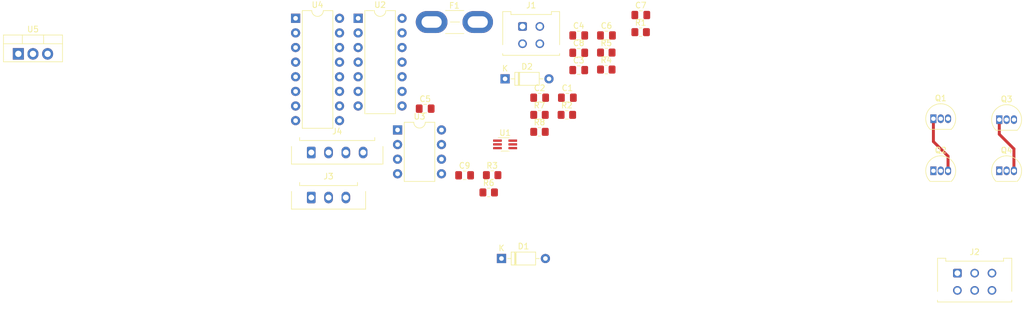
<source format=kicad_pcb>
(kicad_pcb (version 20211014) (generator pcbnew)
  (layers (0 "F.Cu" signal) (31 "B.Cu" signal) (34 "B.Paste" user) (35 "F.Paste" user) (36 "B.SilkS" user "B.Silkscreen") (37 "F.SilkS" user "F.Silkscreen") (38 "B.Mask" user) (39 "F.Mask" user) (44 "Edge.Cuts" user))
  (net 0 "")
  (net 1 "Net-(C1-Pad1)")
  (net 2 "GND")
  (net 3 "VCC")
  (net 4 "Net-(C4-Pad1)")
  (net 5 "/POT_V")
  (net 6 "+12V")
  (net 7 "/TR_NO")
  (net 8 "/PWM_POT-")
  (net 9 "/PWM_POT+")
  (net 10 "Net-(F1-Pad1)")
  (net 11 "/MOTOR_X")
  (net 12 "/MOTOR_Y")
  (net 13 "/PWM_V")
  (net 14 "/TR_COM")
  (net 15 "/SW_NO")
  (net 16 "Net-(Q1-Pad2)")
  (net 17 "Net-(Q2-Pad2)")
  (net 18 "Net-(Q3-Pad2)")
  (net 19 "Net-(Q4-Pad2)")
  (net 20 "Net-(R3-Pad2)")
  (net 21 "/XH_CTRL")
  (net 22 "/XL_CTRL")
  (net 23 "/YH_CTRL")
  (net 24 "/YL_CTRL")
  (net 26 "/DIRECTION_SELECT")
  (net 27 "Net-(U2-Pad2)")
  (net 30 "/PWM_OUT")
  (footprint "Package_DIP:DIP-14_W7.62mm" (layer "F.Cu") (at 116.1 49.7)
    (fp_text reference "U2" (at 3.81 -2.33) (layer "F.SilkS"))
    (fp_text value "4013")
    (fp_line (start 1.16 -1.33) (end 1.16 16.57) (layer "F.SilkS") (width 0.12))
    (fp_line (start 1.16 16.57) (end 6.46 16.57) (layer "F.SilkS") (width 0.12))
    (fp_line (start 6.46 16.57) (end 6.46 -1.33) (layer "F.SilkS") (width 0.12))
    (fp_line (start 2.81 -1.33) (end 1.16 -1.33) (layer "F.SilkS") (width 0.12))
    (fp_line (start 6.46 -1.33) (end 4.81 -1.33) (layer "F.SilkS") (width 0.12))
    (fp_arc (start 4.81 -1.33) (mid 3.81 -0.33) (end 2.81 -1.33) (layer "F.SilkS") (width 0.12))
    (pad "1" thru_hole rect (at 0 0) (size 1.6 1.6) (drill 0.8) (layers *.Cu *.Mask) (net 26 "/DIRECTION_SELECT"))
    (pad "2" thru_hole oval (at 0 2.54) (size 1.6 1.6) (drill 0.8) (layers *.Cu *.Mask) (net 27 "Net-(U2-Pad2)"))
    (pad "3" thru_hole oval (at 0 5.08) (size 1.6 1.6) (drill 0.8) (layers *.Cu *.Mask) (net 20 "Net-(R3-Pad2)"))
    (pad "4" thru_hole oval (at 0 7.62) (size 1.6 1.6) (drill 0.8) (layers *.Cu *.Mask) (net 2 "GND"))
    (pad "5" thru_hole oval (at 0 10.16) (size 1.6 1.6) (drill 0.8) (layers *.Cu *.Mask) (net 27 "Net-(U2-Pad2)"))
    (pad "6" thru_hole oval (at 0 12.7) (size 1.6 1.6) (drill 0.8) (layers *.Cu *.Mask) (net 2 "GND"))
    (pad "7" thru_hole oval (at 0 15.24) (size 1.6 1.6) (drill 0.8) (layers *.Cu *.Mask) (net 2 "GND"))
    (pad "8" thru_hole oval (at 7.62 15.24) (size 1.6 1.6) (drill 0.8) (layers *.Cu *.Mask) (net 2 "GND"))
    (pad "9" thru_hole oval (at 7.62 12.7) (size 1.6 1.6) (drill 0.8) (layers *.Cu *.Mask) (net 2 "GND"))
    (pad "10" thru_hole oval (at 7.62 10.16) (size 1.6 1.6) (drill 0.8) (layers *.Cu *.Mask) (net 2 "GND"))
    (pad "11" thru_hole oval (at 7.62 7.62) (size 1.6 1.6) (drill 0.8) (layers *.Cu *.Mask) (net 2 "GND"))
    (pad "12" thru_hole oval (at 7.62 5.08) (size 1.6 1.6) (drill 0.8) (layers *.Cu *.Mask))
    (pad "13" thru_hole oval (at 7.62 2.54) (size 1.6 1.6) (drill 0.8) (layers *.Cu *.Mask))
    (pad "14" thru_hole oval (at 7.62 0) (size 1.6 1.6) (drill 0.8) (layers *.Cu *.Mask) (net 3 "VCC"))
  )
  (footprint "Diode_THT:D_DO-35_SOD27_P7.62mm_Horizontal" (layer "F.Cu") (at 141.59 60.22)
    (fp_text reference "D2" (at 3.81 -2.12) (layer "F.SilkS"))
    (fp_text value "1N4148")
    (fp_text user "K" (at 0 -1.8) (layer "F.SilkS"))
    (fp_line (start 1.69 1.12) (end 5.93 1.12) (layer "F.SilkS") (width 0.12))
    (fp_line (start 1.69 -1.12) (end 1.69 1.12) (layer "F.SilkS") (width 0.12))
    (fp_line (start 5.93 -1.12) (end 1.69 -1.12) (layer "F.SilkS") (width 0.12))
    (fp_line (start 1.04 0) (end 1.69 0) (layer "F.SilkS") (width 0.12))
    (fp_line (start 5.93 1.12) (end 5.93 -1.12) (layer "F.SilkS") (width 0.12))
    (fp_line (start 2.53 -1.12) (end 2.53 1.12) (layer "F.SilkS") (width 0.12))
    (fp_line (start 6.58 0) (end 5.93 0) (layer "F.SilkS") (width 0.12))
    (fp_line (start 2.41 -1.12) (end 2.41 1.12) (layer "F.SilkS") (width 0.12))
    (fp_line (start 2.29 -1.12) (end 2.29 1.12) (layer "F.SilkS") (width 0.12))
    (pad "1" thru_hole rect (at 0 0) (size 1.6 1.6) (drill 0.8) (layers *.Cu *.Mask) (net 9 "/PWM_POT+"))
    (pad "2" thru_hole oval (at 7.62 0) (size 1.6 1.6) (drill 0.8) (layers *.Cu *.Mask) (net 7 "/TR_NO"))
  )
  (footprint "Diode_THT:D_DO-35_SOD27_P7.62mm_Horizontal" (layer "F.Cu") (at 140.97 91.44)
    (fp_text reference "D1" (at 3.81 -2.12) (layer "F.SilkS"))
    (fp_text value "1N4148")
    (fp_text user "K" (at 0 -1.8) (layer "F.SilkS"))
    (fp_line (start 2.41 -1.12) (end 2.41 1.12) (layer "F.SilkS") (width 0.12))
    (fp_line (start 1.69 -1.12) (end 1.69 1.12) (layer "F.SilkS") (width 0.12))
    (fp_line (start 2.29 -1.12) (end 2.29 1.12) (layer "F.SilkS") (width 0.12))
    (fp_line (start 1.69 1.12) (end 5.93 1.12) (layer "F.SilkS") (width 0.12))
    (fp_line (start 5.93 -1.12) (end 1.69 -1.12) (layer "F.SilkS") (width 0.12))
    (fp_line (start 5.93 1.12) (end 5.93 -1.12) (layer "F.SilkS") (width 0.12))
    (fp_line (start 2.53 -1.12) (end 2.53 1.12) (layer "F.SilkS") (width 0.12))
    (fp_line (start 6.58 0) (end 5.93 0) (layer "F.SilkS") (width 0.12))
    (fp_line (start 1.04 0) (end 1.69 0) (layer "F.SilkS") (width 0.12))
    (pad "1" thru_hole rect (at 0 0) (size 1.6 1.6) (drill 0.8) (layers *.Cu *.Mask) (net 7 "/TR_NO"))
    (pad "2" thru_hole oval (at 7.62 0) (size 1.6 1.6) (drill 0.8) (layers *.Cu *.Mask) (net 8 "/PWM_POT-"))
  )
  (footprint "Capacitor_SMD:C_0805_2012Metric_Pad1.18x1.45mm_HandSolder" (layer "F.Cu") (at 159.18 52.68)
    (fp_text reference "C6" (at 0 -1.68) (layer "F.SilkS"))
    (fp_text value "100nF")
    (fp_line (start -0.261252 -0.735) (end 0.261252 -0.735) (layer "F.SilkS") (width 0.12))
    (fp_line (start -0.261252 0.735) (end 0.261252 0.735) (layer "F.SilkS") (width 0.12))
    (pad "1" smd roundrect (at -1.0375 0) (size 1.175 1.45) (layers "F.Cu" "F.Paste" "F.Mask") (roundrect_rratio 0.212766) (net 5 "/POT_V"))
    (pad "2" smd roundrect (at 1.0375 0) (size 1.175 1.45) (layers "F.Cu" "F.Paste" "F.Mask") (roundrect_rratio 0.212766) (net 2 "GND"))
  )
  (footprint "Capacitor_SMD:C_0805_2012Metric_Pad1.18x1.45mm_HandSolder" (layer "F.Cu") (at 127.73 65.4)
    (fp_text reference "C5" (at 0 -1.68) (layer "F.SilkS"))
    (fp_text value "100nF")
    (fp_line (start -0.261252 -0.735) (end 0.261252 -0.735) (layer "F.SilkS") (width 0.12))
    (fp_line (start -0.261252 0.735) (end 0.261252 0.735) (layer "F.SilkS") (width 0.12))
    (pad "1" smd roundrect (at -1.0375 0) (size 1.175 1.45) (layers "F.Cu" "F.Paste" "F.Mask") (roundrect_rratio 0.212766) (net 3 "VCC"))
    (pad "2" smd roundrect (at 1.0375 0) (size 1.175 1.45) (layers "F.Cu" "F.Paste" "F.Mask") (roundrect_rratio 0.212766) (net 2 "GND"))
  )
  (footprint "Package_TO_SOT_THT:TO-92_Inline" (layer "F.Cu") (at 215.9 76.2)
    (fp_text reference "Q2" (at 1.27 -3.56) (layer "F.SilkS"))
    (fp_text value "2N7000")
    (fp_line (start -0.53 1.85) (end 3.07 1.85) (layer "F.SilkS") (width 0.12))
    (fp_arc (start 1.27 -2.6) (mid 3.672087 -0.994977) (end 3.108478 1.838478) (layer "F.SilkS") (width 0.12))
    (fp_arc (start -0.568478 1.838478) (mid -1.132087 -0.994977) (end 1.27 -2.6) (layer "F.SilkS") (width 0.12))
    (pad "1" thru_hole rect (at 0 0) (size 1.05 1.5) (drill 0.75) (layers *.Cu *.Mask) (net 2 "GND"))
    (pad "2" thru_hole oval (at 1.27 0) (size 1.05 1.5) (drill 0.75) (layers *.Cu *.Mask) (net 17 "Net-(Q2-Pad2)"))
    (pad "3" thru_hole oval (at 2.54 0) (size 1.05 1.5) (drill 0.75) (layers *.Cu *.Mask) (net 11 "/MOTOR_X"))
  )
  (footprint "Package_TO_SOT_THT:TO-92_Inline" (layer "F.Cu") (at 227.33 67.31)
    (fp_text reference "Q3" (at 1.27 -3.56) (layer "F.SilkS"))
    (fp_text value "2N7000")
    (fp_line (start -0.53 1.85) (end 3.07 1.85) (layer "F.SilkS") (width 0.12))
    (fp_arc (start 1.27 -2.6) (mid 3.672087 -0.994977) (end 3.108478 1.838478) (layer "F.SilkS") (width 0.12))
    (fp_arc (start -0.568478 1.838478) (mid -1.132087 -0.994977) (end 1.27 -2.6) (layer "F.SilkS") (width 0.12))
    (pad "1" thru_hole rect (at 0 0) (size 1.05 1.5) (drill 0.75) (layers *.Cu *.Mask) (net 12 "/MOTOR_Y"))
    (pad "2" thru_hole oval (at 1.27 0) (size 1.05 1.5) (drill 0.75) (layers *.Cu *.Mask) (net 18 "Net-(Q3-Pad2)"))
    (pad "3" thru_hole oval (at 2.54 0) (size 1.05 1.5) (drill 0.75) (layers *.Cu *.Mask) (net 6 "+12V"))
  )
  (footprint "Capacitor_SMD:C_0805_2012Metric_Pad1.18x1.45mm_HandSolder" (layer "F.Cu") (at 154.37 55.69)
    (fp_text reference "C8" (at 0 -1.68) (layer "F.SilkS"))
    (fp_text value "330nF")
    (fp_line (start -0.261252 -0.735) (end 0.261252 -0.735) (layer "F.SilkS") (width 0.12))
    (fp_line (start -0.261252 0.735) (end 0.261252 0.735) (layer "F.SilkS") (width 0.12))
    (pad "1" smd roundrect (at -1.0375 0) (size 1.175 1.45) (layers "F.Cu" "F.Paste" "F.Mask") (roundrect_rratio 0.212766) (net 6 "+12V"))
    (pad "2" smd roundrect (at 1.0375 0) (size 1.175 1.45) (layers "F.Cu" "F.Paste" "F.Mask") (roundrect_rratio 0.212766) (net 2 "GND"))
  )
  (footprint "Fuse:Fuse_Blade_Mini_directSolder" (layer "F.Cu") (at 128.85 50.35)
    (fp_text reference "F1" (at 3.95 -2.85) (layer "F.SilkS"))
    (fp_text value "5A")
    (fp_line (start 5.6 2) (end 2.4 2) (layer "F.SilkS") (width 0.12))
    (fp_line (start 3.25 0) (end 4.85 0) (layer "F.SilkS") (width 0.12))
    (fp_line (start 2.4 -2) (end 5.6 -2) (layer "F.SilkS") (width 0.12))
    (pad "1" thru_hole oval (at 0 0) (size 5.5 3.8) (drill oval 3.5 2) (layers *.Cu *.Mask) (net 10 "Net-(F1-Pad1)"))
    (pad "2" thru_hole oval (at 8 0) (size 5.3 3.8) (drill oval 3.5 2) (layers *.Cu *.Mask) (net 6 "+12V"))
  )
  (footprint "Resistor_SMD:R_0805_2012Metric_Pad1.20x1.40mm_HandSolder" (layer "F.Cu") (at 152.31 66.48)
    (fp_text reference "R2" (at 0 -1.65) (layer "F.SilkS"))
    (fp_text value "47")
    (fp_line (start -0.227064 -0.735) (end 0.227064 -0.735) (layer "F.SilkS") (width 0.12))
    (fp_line (start -0.227064 0.735) (end 0.227064 0.735) (layer "F.SilkS") (width 0.12))
    (pad "1" smd roundrect (at -1 0) (size 1.2 1.4) (layers "F.Cu" "F.Paste" "F.Mask") (roundrect_rratio 0.208333) (net 15 "/SW_NO"))
    (pad "2" smd roundrect (at 1 0) (size 1.2 1.4) (layers "F.Cu" "F.Paste" "F.Mask") (roundrect_rratio 0.208333) (net 1 "Net-(C1-Pad1)"))
  )
  (footprint "Resistor_SMD:R_0805_2012Metric_Pad1.20x1.40mm_HandSolder" (layer "F.Cu") (at 147.56 69.43)
    (fp_text reference "R8" (at 0 -1.65) (layer "F.SilkS"))
    (fp_text value "47")
    (fp_line (start -0.227064 -0.735) (end 0.227064 -0.735) (layer "F.SilkS") (width 0.12))
    (fp_line (start -0.227064 0.735) (end 0.227064 0.735) (layer "F.SilkS") (width 0.12))
    (pad "1" smd roundrect (at -1 0) (size 1.2 1.4) (layers "F.Cu" "F.Paste" "F.Mask") (roundrect_rratio 0.208333) (net 24 "/YL_CTRL"))
    (pad "2" smd roundrect (at 1 0) (size 1.2 1.4) (layers "F.Cu" "F.Paste" "F.Mask") (roundrect_rratio 0.208333) (net 19 "Net-(Q4-Pad2)"))
  )
  (footprint "Connector_Molex:Molex_Micro-Fit_3.0_43650-0315_1x03_P3.00mm_Vertical" (layer "F.Cu") (at 107.97 80.84)
    (fp_text reference "J3" (at 3 -3.67) (layer "F.SilkS"))
    (fp_text value "Conn_01x03")
    (fp_line (start -2.015 -2.08) (end 8.015 -2.08) (layer "F.SilkS") (width 0.12))
    (fp_line (start -1.995 -2.58) (end -2.015 -2.58) (layer "F.SilkS") (width 0.12))
    (fp_line (start -3.435 2.01) (end 9.435 2.01) (layer "F.SilkS") (width 0.12))
    (fp_line (start -2.015 -2.58) (end -2.015 -2.08) (layer "F.SilkS") (width 0.12))
    (fp_line (start 8.015 -2.08) (end 8.015 -2.58) (layer "F.SilkS") (width 0.12))
    (fp_line (start 8.015 -2.58) (end 7.995 -2.58) (layer "F.SilkS") (width 0.12))
    (fp_line (start 9.435 2.01) (end 9.435 -1.065) (layer "F.SilkS") (width 0.12))
    (fp_line (start -3.435 -1.065) (end -3.435 2.01) (layer "F.SilkS") (width 0.12))
    (pad "" np_thru_hole circle (at -3 -1.96) (size 1.27 1.27) (drill 1.27) (layers *.Cu *.Mask))
    (pad "" np_thru_hole circle (at 9 -1.96) (size 1.27 1.27) (drill 1.27) (layers *.Cu *.Mask))
    (pad "1" thru_hole roundrect (at 0 0) (size 1.5 2.02) (drill 1.02) (layers *.Cu *.Mask) (roundrect_rratio 0.166667) (net 9 "/PWM_POT+"))
    (pad "2" thru_hole oval (at 3 0) (size 1.5 2.02) (drill 1.02) (layers *.Cu *.Mask) (net 9 "/PWM_POT+"))
    (pad "3" thru_hole oval (at 6 0) (size 1.5 2.02) (drill 1.02) (layers *.Cu *.Mask) (net 13 "/PWM_V"))
  )
  (footprint "Resistor_SMD:R_0805_2012Metric_Pad1.20x1.40mm_HandSolder" (layer "F.Cu") (at 138.75 79.96)
    (fp_text reference "R6" (at 0 -1.65) (layer "F.SilkS"))
    (fp_text value "47")
    (fp_line (start -0.227064 0.735) (end 0.227064 0.735) (layer "F.SilkS") (width 0.12))
    (fp_line (start -0.227064 -0.735) (end 0.227064 -0.735) (layer "F.SilkS") (width 0.12))
    (pad "1" smd roundrect (at -1 0) (size 1.2 1.4) (layers "F.Cu" "F.Paste" "F.Mask") (roundrect_rratio 0.208333) (net 22 "/XL_CTRL"))
    (pad "2" smd roundrect (at 1 0) (size 1.2 1.4) (layers "F.Cu" "F.Paste" "F.Mask") (roundrect_rratio 0.208333) (net 17 "Net-(Q2-Pad2)"))
  )
  (footprint "Connector_Molex:Molex_Micro-Fit_3.0_43045-0412_2x02_P3.00mm_Vertical" (layer "F.Cu") (at 144.62 51.12)
    (fp_text reference "J1" (at 1.5 -3.67) (layer "F.SilkS"))
    (fp_text value "430450408")
    (fp_line (start -2.015 -2.58) (end -2.015 -2.08) (layer "F.SilkS") (width 0.12))
    (fp_line (start 5.015 -2.08) (end 5.015 -2.58) (layer "F.SilkS") (width 0.12))
    (fp_line (start -3.435 4.7) (end -3.435 5.01) (layer "F.SilkS") (width 0.12))
    (fp_line (start -3.435 -2.58) (end -2.015 -2.58) (layer "F.SilkS") (width 0.12))
    (fp_line (start 5.015 -2.58) (end 6.435 -2.58) (layer "F.SilkS") (width 0.12))
    (fp_line (start -3.435 5.01) (end 6.435 5.01) (layer "F.SilkS") (width 0.12))
    (fp_line (start -3.435 3.18) (end -3.435 -2.58) (layer "F.SilkS") (width 0.12))
    (fp_line (start -2.015 -2.08) (end 5.015 -2.08) (layer "F.SilkS") (width 0.12))
    (fp_line (start 6.435 5.01) (end 6.435 4.7) (layer "F.SilkS") (width 0.12))
    (fp_line (start 6.435 -2.58) (end 6.435 3.18) (layer "F.SilkS") (width 0.12))
    (pad "" np_thru_hole circle (at 6 3.94) (size 1 1) (drill 1) (layers *.Cu *.Mask))
    (pad "" np_thru_hole circle (at -3 3.94) (size 1 1) (drill 1) (layers *.Cu *.Mask))
    (pad "1" thru_hole roundrect (at 0 0) (size 1.5 1.5) (drill 1) (layers *.Cu *.Mask) (roundrect_rratio 0.166667) (net 2 "GND"))
    (pad "2" thru_hole circle (at 3 0) (size 1.5 1.5) (drill 1) (layers *.Cu *.Mask) (net 2 "GND"))
    (pad "3" thru_hole circle (at 0 3) (size 1.5 1.5) (drill 1) (layers *.Cu *.Mask) (net 10 "Net-(F1-Pad1)"))
    (pad "4" thru_hole circle (at 3 3) (size 1.5 1.5) (drill 1) (layers *.Cu *.Mask) (net 10 "Net-(F1-Pad1)"))
  )
  (footprint "Resistor_SMD:R_0805_2012Metric_Pad1.20x1.40mm_HandSolder" (layer "F.Cu") (at 165.11 52.11)
    (fp_text reference "R1" (at 0 -1.65) (layer "F.SilkS"))
    (fp_text value "10k")
    (fp_line (start -0.227064 -0.735) (end 0.227064 -0.735) (layer "F.SilkS") (width 0.12))
    (fp_line (start -0.227064 0.735) (end 0.227064 0.735) (layer "F.SilkS") (width 0.12))
    (pad "1" smd roundrect (at -1 0) (size 1.2 1.4) (layers "F.Cu" "F.Paste" "F.Mask") (roundrect_rratio 0.208333) (net 3 "VCC"))
    (pad "2" smd roundrect (at 1 0) (size 1.2 1.4) (layers "F.Cu" "F.Paste" "F.Mask") (roundrect_rratio 0.208333) (net 15 "/SW_NO"))
  )
  (footprint "Capacitor_SMD:C_0805_2012Metric_Pad1.18x1.45mm_HandSolder" (layer "F.Cu") (at 154.37 58.7)
    (fp_text reference "C3" (at 0 -1.68) (layer "F.SilkS"))
    (fp_text value "100nF")
    (fp_line (start -0.261252 -0.735) (end 0.261252 -0.735) (layer "F.SilkS") (width 0.12))
    (fp_line (start -0.261252 0.735) (end 0.261252 0.735) (layer "F.SilkS") (width 0.12))
    (pad "1" smd roundrect (at -1.0375 0) (size 1.175 1.45) (layers "F.Cu" "F.Paste" "F.Mask") (roundrect_rratio 0.212766) (net 3 "VCC"))
    (pad "2" smd roundrect (at 1.0375 0) (size 1.175 1.45) (layers "F.Cu" "F.Paste" "F.Mask") (roundrect_rratio 0.212766) (net 2 "GND"))
  )
  (footprint "Resistor_SMD:R_0805_2012Metric_Pad1.20x1.40mm_HandSolder" (layer "F.Cu") (at 147.56 66.48)
    (fp_text reference "R7" (at 0 -1.65) (layer "F.SilkS"))
    (fp_text value "47")
    (fp_line (start -0.227064 0.735) (end 0.227064 0.735) (layer "F.SilkS") (width 0.12))
    (fp_line (start -0.227064 -0.735) (end 0.227064 -0.735) (layer "F.SilkS") (width 0.12))
    (pad "1" smd roundrect (at -1 0) (size 1.2 1.4) (layers "F.Cu" "F.Paste" "F.Mask") (roundrect_rratio 0.208333) (net 23 "/YH_CTRL"))
    (pad "2" smd roundrect (at 1 0) (size 1.2 1.4) (layers "F.Cu" "F.Paste" "F.Mask") (roundrect_rratio 0.208333) (net 18 "Net-(Q3-Pad2)"))
  )
  (footprint "Connector_Molex:Molex_Micro-Fit_3.0_43045-0612_2x03_P3.00mm_Vertical" (layer "F.Cu") (at 220.06 93.98)
    (fp_text reference "J2" (at 3 -3.67) (layer "F.SilkS"))
    (fp_text value "430450608")
    (fp_line (start -3.435 5.01) (end 9.435 5.01) (layer "F.SilkS") (width 0.12))
    (fp_line (start 8.015 -2.08) (end 8.015 -2.58) (layer "F.SilkS") (width 0.12))
    (fp_line (start -3.435 -2.58) (end -2.015 -2.58) (layer "F.SilkS") (width 0.12))
    (fp_line (start 9.435 5.01) (end 9.435 4.7) (layer "F.SilkS") (width 0.12))
    (fp_line (start -2.015 -2.08) (end 8.015 -2.08) (layer "F.SilkS") (width 0.12))
    (fp_line (start 8.015 -2.58) (end 9.435 -2.58) (layer "F.SilkS") (width 0.12))
    (fp_line (start -3.435 4.7) (end -3.435 5.01) (layer "F.SilkS") (width 0.12))
    (fp_line (start 9.435 -2.58) (end 9.435 3.18) (layer "F.SilkS") (width 0.12))
    (fp_line (start -3.435 3.18) (end -3.435 -2.58) (layer "F.SilkS") (width 0.12))
    (fp_line (start -2.015 -2.58) (end -2.015 -2.08) (layer "F.SilkS") (width 0.12))
    (pad "" np_thru_hole circle (at 9 3.94) (size 1 1) (drill 1) (layers *.Cu *.Mask))
    (pad "" np_thru_hole circle (at -3 3.94) (size 1 1) (drill 1) (layers *.Cu *.Mask))
    (pad "1" thru_hole roundrect (at 0 0) (size 1.5 1.5) (drill 1) (layers *.Cu *.Mask) (roundrect_rratio 0.166667) (net 11 "/MOTOR_X"))
    (pad "2" thru_hole circle (at 3 0) (size 1.5 1.5) (drill 1) (layers *.Cu *.Mask) (net 11 "/MOTOR_X"))
    (pad "3" thru_hole circle (at 6 0) (size 1.5 1.5) (drill 1) (layers *.Cu *.Mask) (net 11 "/MOTOR_X"))
    (pad "4" thru_hole circle (at 0 3) (size 1.5 1.5) (drill 1) (layers *.Cu *.Mask) (net 12 "/MOTOR_Y"))
    (pad "5" thru_hole circle (at 3 3) (size 1.5 1.5) (drill 1) (layers *.Cu *.Mask) (net 12 "/MOTOR_Y"))
    (pad "6" thru_hole circle (at 6 3) (size 1.5 1.5) (drill 1) (layers *.Cu *.Mask) (net 12 "/MOTOR_Y"))
  )
  (footprint "Package_TO_SOT_THT:TO-92_Inline" (layer "F.Cu") (at 215.9 67.15)
    (fp_text reference "Q1" (at 1.27 -3.56) (layer "F.SilkS"))
    (fp_text value "2N7000")
    (fp_line (start -0.53 1.85) (end 3.07 1.85) (layer "F.SilkS") (width 0.12))
    (fp_arc (start 1.27 -2.6) (mid 3.672087 -0.994977) (end 3.108478 1.838478) (layer "F.SilkS") (width 0.12))
    (fp_arc (start -0.568478 1.838478) (mid -1.132087 -0.994977) (end 1.27 -2.6) (layer "F.SilkS") (width 0.12))
    (pad "1" thru_hole rect (at 0 0) (size 1.05 1.5) (drill 0.75) (layers *.Cu *.Mask) (net 11 "/MOTOR_X"))
    (pad "2" thru_hole oval (at 1.27 0) (size 1.05 1.5) (drill 0.75) (layers *.Cu *.Mask) (net 16 "Net-(Q1-Pad2)"))
    (pad "3" thru_hole oval (at 2.54 0) (size 1.05 1.5) (drill 0.75) (layers *.Cu *.Mask) (net 6 "+12V"))
  )
  (footprint "Capacitor_SMD:C_0805_2012Metric_Pad1.18x1.45mm_HandSolder" (layer "F.Cu") (at 154.37 52.68)
    (fp_text reference "C4" (at 0 -1.68) (layer "F.SilkS"))
    (fp_text value "100nF")
    (fp_line (start -0.261252 0.735) (end 0.261252 0.735) (layer "F.SilkS") (width 0.12))
    (fp_line (start -0.261252 -0.735) (end 0.261252 -0.735) (layer "F.SilkS") (width 0.12))
    (pad "1" smd roundrect (at -1.0375 0) (size 1.175 1.45) (layers "F.Cu" "F.Paste" "F.Mask") (roundrect_rratio 0.212766) (net 4 "Net-(C4-Pad1)"))
    (pad "2" smd roundrect (at 1.0375 0) (size 1.175 1.45) (layers "F.Cu" "F.Paste" "F.Mask") (roundrect_rratio 0.212766) (net 2 "GND"))
  )
  (footprint "Package_TO_SOT_SMD:SOT-363_SC-70-6_Handsoldering" (layer "F.Cu") (at 141.6 71.61)
    (fp_text reference "U1" (at 0 -2) (layer "F.SilkS"))
    (fp_text value "74LVC2G06")
    (fp_line (start 0.7 -1.16) (end -1.2 -1.16) (layer "F.SilkS") (width 0.12))
    (fp_line (start -0.7 1.16) (end 0.7 1.16) (layer "F.SilkS") (width 0.12))
    (pad "1" smd rect (at -1.33 -0.65) (size 1.5 0.4) (layers "F.Cu" "F.Paste" "F.Mask") (net 1 "Net-(C1-Pad1)"))
    (pad "2" smd rect (at -1.33 0) (size 1.5 0.4) (layers "F.Cu" "F.Paste" "F.Mask") (net 2 "GND"))
    (pad "3" smd rect (at -1.33 0.65) (size 1.5 0.4) (layers "F.Cu" "F.Paste" "F.Mask") (net 2 "GND"))
    (pad "4" smd rect (at 1.33 0.65) (size 1.5 0.4) (layers "F.Cu" "F.Paste" "F.Mask"))
    (pad "5" smd rect (at 1.33 0) (size 1.5 0.4) (layers "F.Cu" "F.Paste" "F.Mask") (net 3 "VCC"))
    (pad "6" smd rect (at 1.33 -0.65) (size 1.5 0.4) (layers "F.Cu" "F.Paste" "F.Mask") (net 20 "Net-(R3-Pad2)"))
  )
  (footprint "Resistor_SMD:R_0805_2012Metric_Pad1.20x1.40mm_HandSolder" (layer "F.Cu") (at 139.35 76.95)
    (fp_text reference "R3" (at 0 -1.65) (layer "F.SilkS"))
    (fp_text value "10K")
    (fp_line (start -0.227064 0.735) (end 0.227064 0.735) (layer "F.SilkS") (width 0.12))
    (fp_line (start -0.227064 -0.735) (end 0.227064 -0.735) (layer "F.SilkS") (width 0.12))
    (pad "1" smd roundrect (at -1 0) (size 1.2 1.4) (layers "F.Cu" "F.Paste" "F.Mask") (roundrect_rratio 0.208333) (net 3 "VCC"))
    (pad "2" smd roundrect (at 1 0) (size 1.2 1.4) (layers "F.Cu" "F.Paste" "F.Mask") (roundrect_rratio 0.208333) (net 20 "Net-(R3-Pad2)"))
  )
  (footprint "Package_TO_SOT_THT:TO-92_Inline" (layer "F.Cu") (at 227.33 76.2)
    (fp_text reference "Q4" (at 1.27 -3.56) (layer "F.SilkS"))
    (fp_text value "2N7000")
    (fp_line (start -0.53 1.85) (end 3.07 1.85) (layer "F.SilkS") (width 0.12))
    (fp_arc (start 1.27 -2.6) (mid 3.672087 -0.994977) (end 3.108478 1.838478) (layer "F.SilkS") (width 0.12))
    (fp_arc (start -0.568478 1.838478) (mid -1.132087 -0.994977) (end 1.27 -2.6) (layer "F.SilkS") (width 0.12))
    (pad "1" thru_hole rect (at 0 0) (size 1.05 1.5) (drill 0.75) (layers *.Cu *.Mask) (net 2 "GND"))
    (pad "2" thru_hole oval (at 1.27 0) (size 1.05 1.5) (drill 0.75) (layers *.Cu *.Mask) (net 19 "Net-(Q4-Pad2)"))
    (pad "3" thru_hole oval (at 2.54 0) (size 1.05 1.5) (drill 0.75) (layers *.Cu *.Mask) (net 12 "/MOTOR_Y"))
  )
  (footprint "Resistor_SMD:R_0805_2012Metric_Pad1.20x1.40mm_HandSolder" (layer "F.Cu") (at 159.15 55.66)
    (fp_text reference "R5" (at 0 -1.65) (layer "F.SilkS"))
    (fp_text value "47")
    (fp_line (start -0.227064 0.735) (end 0.227064 0.735) (layer "F.SilkS") (width 0.12))
    (fp_line (start -0.227064 -0.735) (end 0.227064 -0.735) (layer "F.SilkS") (width 0.12))
    (pad "1" smd roundrect (at -1 0) (size 1.2 1.4) (layers "F.Cu" "F.Paste" "F.Mask") (roundrect_rratio 0.208333) (net 21 "/XH_CTRL"))
    (pad "2" smd roundrect (at 1 0) (size 1.2 1.4) (layers "F.Cu" "F.Paste" "F.Mask") (roundrect_rratio 0.208333) (net 16 "Net-(Q1-Pad2)"))
  )
  (footprint "Package_DIP:DIP-8_W7.62mm" (layer "F.Cu") (at 122.94 69.1)
    (fp_text reference "U3" (at 3.81 -2.33) (layer "F.SilkS"))
    (fp_text value "NE555P")
    (fp_line (start 6.46 -1.33) (end 4.81 -1.33) (layer "F.SilkS") (width 0.12))
    (fp_line (start 2.81 -1.33) (end 1.16 -1.33) (layer "F.SilkS") (width 0.12))
    (fp_line (start 6.46 8.95) (end 6.46 -1.33) (layer "F.SilkS") (width 0.12))
    (fp_line (start 1.16 8.95) (end 6.46 8.95) (layer "F.SilkS") (width 0.12))
    (fp_line (start 1.16 -1.33) (end 1.16 8.95) (layer "F.SilkS") (width 0.12))
    (fp_arc (start 4.81 -1.33) (mid 3.81 -0.33) (end 2.81 -1.33) (layer "F.SilkS") (width 0.12))
    (pad "1" thru_hole rect (at 0 0) (size 1.6 1.6) (drill 0.8) (layers *.Cu *.Mask) (net 2 "GND"))
    (pad "2" thru_hole oval (at 0 2.54) (size 1.6 1.6) (drill 0.8) (layers *.Cu *.Mask) (net 5 "/POT_V"))
    (pad "3" thru_hole oval (at 0 5.08) (size 1.6 1.6) (drill 0.8) (layers *.Cu *.Mask) (net 30 "/PWM_OUT"))
    (pad "4" thru_hole oval (at 0 7.62) (size 1.6 1.6) (drill 0.8) (layers *.Cu *.Mask) (net 3 "VCC"))
    (pad "5" thru_hole oval (at 7.62 7.62) (size 1.6 1.6) (drill 0.8) (layers *.Cu *.Mask) (net 4 "Net-(C4-Pad1)"))
    (pad "6" thru_hole oval (at 7.62 5.08) (size 1.6 1.6) (drill 0.8) (layers *.Cu *.Mask) (net 5 "/POT_V"))
    (pad "7" thru_hole oval (at 7.62 2.54) (size 1.6 1.6) (drill 0.8) (layers *.Cu *.Mask) (net 14 "/TR_COM"))
    (pad "8" thru_hole oval (at 7.62 0) (size 1.6 1.6) (drill 0.8) (layers *.Cu *.Mask) (net 3 "VCC"))
  )
  (footprint "Connector_Molex:Molex_Micro-Fit_3.0_43650-0415_1x04_P3.00mm_Vertical" (layer "F.Cu") (at 107.97 73.02)
    (fp_text reference "J4" (at 4.5 -3.67) (layer "F.SilkS"))
    (fp_text value "Conn_01x04")
    (fp_line (start -3.435 -1.065) (end -3.435 2.01) (layer "F.SilkS") (width 0.12))
    (fp_line (start 12.435 2.01) (end 12.435 -1.065) (layer "F.SilkS") (width 0.12))
    (fp_line (start -3.435 2.01) (end 12.435 2.01) (layer "F.SilkS") (width 0.12))
    (fp_line (start 11.015 -2.58) (end 10.995 -2.58) (layer "F.SilkS") (width 0.12))
    (fp_line (start -2.015 -2.58) (end -2.015 -2.08) (layer "F.SilkS") (width 0.12))
    (fp_line (start -1.995 -2.58) (end -2.015 -2.58) (layer "F.SilkS") (width 0.12))
    (fp_line (start 11.015 -2.08) (end 11.015 -2.58) (layer "F.SilkS") (width 0.12))
    (fp_line (start -2.015 -2.08) (end 11.015 -2.08) (layer "F.SilkS") (width 0.12))
    (pad "" np_thru_hole circle (at -3 -1.96) (size 1.27 1.27) (drill 1.27) (layers *.Cu *.Mask))
    (pad "" np_thru_hole circle (at 12 -1.96) (size 1.27 1.27) (drill 1.27) (layers *.Cu *.Mask))
    (pad "1" thru_hole roundrect (at 0 0) (size 1.5 2.02) (drill 1.02) (layers *.Cu *.Mask) (roundrect_rratio 0.166667) (net 2 "GND"))
    (pad "2" thru_hole oval (at 3 0) (size 1.5 2.02) (drill 1.02) (layers *.Cu *.Mask) (net 14 "/TR_COM"))
    (pad "3" thru_hole oval (at 6 0) (size 1.5 2.02) (drill 1.02) (layers *.Cu *.Mask) (net 15 "/SW_NO"))
    (pad "4" thru_hole oval (at 9 0) (size 1.5 2.02) (drill 1.02) (layers *.Cu *.Mask) (net 7 "/TR_NO"))
  )
  (footprint "Resistor_SMD:R_0805_2012Metric_Pad1.20x1.40mm_HandSolder" (layer "F.Cu") (at 159.15 58.61)
    (fp_text reference "R4" (at 0 -1.65) (layer "F.SilkS"))
    (fp_text value "1k")
    (fp_line (start -0.227064 -0.735) (end 0.227064 -0.735) (layer "F.SilkS") (width 0.12))
    (fp_line (start -0.227064 0.735) (end 0.227064 0.735) (layer "F.SilkS") (width 0.12))
    (pad "1" smd roundrect (at -1 0) (size 1.2 1.4) (layers "F.Cu" "F.Paste" "F.Mask") (roundrect_rratio 0.208333) (net 3 "VCC"))
    (pad "2" smd roundrect (at 1 0) (size 1.2 1.4) (layers "F.Cu" "F.Paste" "F.Mask") (roundrect_rratio 0.208333) (net 7 "/TR_NO"))
  )
  (footprint "Capacitor_SMD:C_0805_2012Metric_Pad1.18x1.45mm_HandSolder" (layer "F.Cu") (at 134.57 76.98)
    (fp_text reference "C9" (at 0 -1.68) (layer "F.SilkS"))
    (fp_text value "100nF")
    (fp_line (start -0.261252 -0.735) (end 0.261252 -0.735) (layer "F.SilkS") (width 0.12))
    (fp_line (start -0.261252 0.735) (end 0.261252 0.735) (layer "F.SilkS") (width 0.12))
    (pad "1" smd roundrect (at -1.0375 0) (size 1.175 1.45) (layers "F.Cu" "F.Paste" "F.Mask") (roundrect_rratio 0.212766) (net 3 "VCC"))
    (pad "2" smd roundrect (at 1.0375 0) (size 1.175 1.45) (layers "F.Cu" "F.Paste" "F.Mask") (roundrect_rratio 0.212766) (net 2 "GND"))
  )
  (footprint "Capacitor_SMD:C_0805_2012Metric_Pad1.18x1.45mm_HandSolder" (layer "F.Cu") (at 165.14 49.13)
    (fp_text reference "C7" (at 0 -1.68) (layer "F.SilkS"))
    (fp_text value "100nF")
    (fp_line (start -0.261252 -0.735) (end 0.261252 -0.735) (layer "F.SilkS") (width 0.12))
    (fp_line (start -0.261252 0.735) (end 0.261252 0.735) (layer "F.SilkS") (width 0.12))
    (pad "1" smd roundrect (at -1.0375 0) (size 1.175 1.45) (layers "F.Cu" "F.Paste" "F.Mask") (roundrect_rratio 0.212766) (net 3 "VCC"))
    (pad "2" smd roundrect (at 1.0375 0) (size 1.175 1.45) (layers "F.Cu" "F.Paste" "F.Mask") (roundrect_rratio 0.212766) (net 2 "GND"))
  )
  (footprint "Capacitor_SMD:C_0805_2012Metric_Pad1.18x1.45mm_HandSolder" (layer "F.Cu") (at 152.4 63.5)
    (fp_text reference "C1" (at 0 -1.68) (layer "F.SilkS"))
    (fp_text value "100nF")
    (fp_line (start -0.261252 0.735) (end 0.261252 0.735) (layer "F.SilkS") (width 0.12))
    (fp_line (start -0.261252 -0.735) (end 0.261252 -0.735) (layer "F.SilkS") (width 0.12))
    (pad "1" smd roundrect (at -1.0375 0) (size 1.175 1.45) (layers "F.Cu" "F.Paste" "F.Mask") (roundrect_rratio 0.212766) (net 1 "Net-(C1-Pad1)"))
    (pad "2" smd roundrect (at 1.0375 0) (size 1.175 1.45) (layers "F.Cu" "F.Paste" "F.Mask") (roundrect_rratio 0.212766) (net 2 "GND"))
  )
  (footprint "Package_TO_SOT_THT:TO-220-3_Vertical" (layer "F.Cu") (at 57.15 55.88)
    (fp_text reference "U5" (at 2.54 -4.27) (layer "F.SilkS"))
    (fp_text value "LM7805_TO220")
    (fp_line (start -2.58 -3.27) (end -2.58 1.371) (layer "F.SilkS") (width 0.12))
    (fp_line (start -2.58 1.371) (end 7.66 1.371) (layer "F.SilkS") (width 0.12))
    (fp_line (start -2.58 -1.76) (end 7.66 -1.76) (layer "F.SilkS") (width 0.12))
    (fp_line (start 7.66 -3.27) (end 7.66 1.371) (layer "F.SilkS") (width 0.12))
    (fp_line (start 0.69 -3.27) (end 0.69 -1.76) (layer "F.SilkS") (width 0.12))
    (fp_line (start 4.391 -3.27) (end 4.391 -1.76) (layer "F.SilkS") (width 0.12))
    (fp_line (start -2.58 -3.27) (end 7.66 -3.27) (layer "F.SilkS") (width 0.12))
    (pad "1" thru_hole rect (at 0 0) (size 1.905 2) (drill 1.1) (layers *.Cu *.Mask) (net 6 "+12V"))
    (pad "2" thru_hole oval (at 2.54 0) (size 1.905 2) (drill 1.1) (layers *.Cu *.Mask) (net 2 "GND"))
    (pad "3" thru_hole oval (at 5.08 0) (size 1.905 2) (drill 1.1) (layers *.Cu *.Mask) (net 3 "VCC"))
  )
  (footprint "Package_DIP:DIP-16_W7.62mm" (layer "F.Cu") (at 105.25 49.7)
    (fp_text reference "U4" (at 3.81 -2.33) (layer "F.SilkS"))
    (fp_text value "SN74HC157N")
    (fp_line (start 2.81 -1.33) (end 1.16 -1.33) (layer "F.SilkS") (width 0.12))
    (fp_line (start 1.16 -1.33) (end 1.16 19.11) (layer "F.SilkS") (width 0.12))
    (fp_line (start 6.46 19.11) (end 6.46 -1.33) (layer "F.SilkS") (width 0.12))
    (fp_line (start 6.46 -1.33) (end 4.81 -1.33) (layer "F.SilkS") (width 0.12))
    (fp_line (start 1.16 19.11) (end 6.46 19.11) (layer "F.SilkS") (width 0.12))
    (fp_arc (start 4.81 -1.33) (mid 3.81 -0.33) (end 2.81 -1.33) (layer "F.SilkS") (width 0.12))
    (pad "1" thru_hole rect (at 0 0) (size 1.6 1.6) (drill 0.8) (layers *.Cu *.Mask) (net 26 "/DIRECTION_SELECT"))
    (pad "2" thru_hole oval (at 0 2.54) (size 1.6 1.6) (drill 0.8) (layers *.Cu *.Mask) (net 30 "/PWM_OUT"))
    (pad "3" thru_hole oval (at 0 5.08) (size 1.6 1.6) (drill 0.8) (layers *.Cu *.Mask) (net 2 "GND"))
    (pad "4" thru_hole oval (at 0 7.62) (size 1.6 1.6) (drill 0.8) (layers *.Cu *.Mask) (net 21 "/XH_CTRL"))
    (pad "5" thru_hole oval (at 0 10.16) (size 1.6 1.6) (drill 0.8) (layers *.Cu *.Mask) (net 2 "GND"))
    (pad "6" thru_hole oval (at 0 12.7) (size 1.6 1.6) (drill 0.8) (layers *.Cu *.Mask) (net 30 "/PWM_OUT"))
    (pad "7" thru_hole oval (at 0 15.24) (size 1.6 1.6) (drill 0.8) (layers *.Cu *.Mask) (net 22 "/XL_CTRL"))
    (pad "8" thru_hole oval (at 0 17.78) (size 1.6 1.6) (drill 0.8) (layers *.Cu *.Mask) (net 2 "GND"))
    (pad "9" thru_hole oval (at 7.62 17.78) (size 1.6 1.6) (drill 0.8) (layers *.Cu *.Mask) (net 23 "/YH_CTRL"))
    (pad "10" thru_hole oval (at 7.62 15.24) (size 1.6 1.6) (drill 0.8) (layers *.Cu *.Mask) (net 3 "VCC"))
    (pad "11" thru_hole oval (at 7.62 12.7) (size 1.6 1.6) (drill 0.8) (layers *.Cu *.Mask) (net 2 "GND"))
    (pad "12" thru_hole oval (at 7.62 10.16) (size 1.6 1.6) (drill 0.8) (layers *.Cu *.Mask) (net 24 "/YL_CTRL"))
    (pad "13" thru_hole oval (at 7.62 7.62) (size 1.6 1.6) (drill 0.8) (layers *.Cu *.Mask) (net 2 "GND"))
    (pad "14" thru_hole oval (at 7.62 5.08) (size 1.6 1.6) (drill 0.8) (layers *.Cu *.Mask) (net 3 "VCC"))
    (pad "15" thru_hole oval (at 7.62 2.54) (size 1.6 1.6) (drill 0.8) (layers *.Cu *.Mask) (net 2 "GND"))
    (pad "16" thru_hole oval (at 7.62 0) (size 1.6 1.6) (drill 0.8) (layers *.Cu *.Mask) (net 3 "VCC"))
  )
  (footprint "Capacitor_SMD:C_0805_2012Metric_Pad1.18x1.45mm_HandSolder" (layer "F.Cu") (at 147.59 63.5)
    (fp_text reference "C2" (at 0 -1.68) (layer "F.SilkS"))
    (fp_text value "100nF")
    (fp_line (start -0.261252 0.735) (end 0.261252 0.735) (layer "F.SilkS") (width 0.12))
    (fp_line (start -0.261252 -0.735) (end 0.261252 -0.735) (layer "F.SilkS") (width 0.12))
    (pad "1" smd roundrect (at -1.0375 0) (size 1.175 1.45) (layers "F.Cu" "F.Paste" "F.Mask") (roundrect_rratio 0.212766) (net 3 "VCC"))
    (pad "2" smd roundrect (at 1.0375 0) (size 1.175 1.45) (layers "F.Cu" "F.Paste" "F.Mask") (roundrect_rratio 0.212766) (net 2 "GND"))
  )
  (segment (start 215.9 71.12) (end 218.44 73.66) (width 0.508) (layer "F.Cu") (net 11))
  (segment (start 218.44 73.66) (end 218.44 76.2) (width 0.508) (layer "F.Cu") (net 11))
  (segment (start 215.9 67.15) (end 215.9 71.12) (width 0.508) (layer "F.Cu") (net 11))
  (segment (start 229.87 72.39) (end 229.87 76.2) (width 0.508) (layer "F.Cu") (net 12))
  (segment (start 227.33 67.31) (end 227.33 69.85) (width 0.508) (layer "F.Cu") (net 12))
  (segment (start 227.33 69.85) (end 229.87 72.39) (width 0.508) (layer "F.Cu") (net 12))
)
</source>
